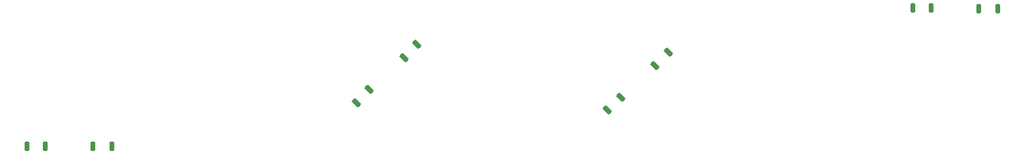
<source format=gbr>
%TF.GenerationSoftware,KiCad,Pcbnew,9.0.2*%
%TF.CreationDate,2025-08-03T15:01:54-04:00*%
%TF.ProjectId,SGTC,53475443-2e6b-4696-9361-645f70636258,rev?*%
%TF.SameCoordinates,Original*%
%TF.FileFunction,Paste,Top*%
%TF.FilePolarity,Positive*%
%FSLAX46Y46*%
G04 Gerber Fmt 4.6, Leading zero omitted, Abs format (unit mm)*
G04 Created by KiCad (PCBNEW 9.0.2) date 2025-08-03 15:01:54*
%MOMM*%
%LPD*%
G01*
G04 APERTURE LIST*
G04 Aperture macros list*
%AMRoundRect*
0 Rectangle with rounded corners*
0 $1 Rounding radius*
0 $2 $3 $4 $5 $6 $7 $8 $9 X,Y pos of 4 corners*
0 Add a 4 corners polygon primitive as box body*
4,1,4,$2,$3,$4,$5,$6,$7,$8,$9,$2,$3,0*
0 Add four circle primitives for the rounded corners*
1,1,$1+$1,$2,$3*
1,1,$1+$1,$4,$5*
1,1,$1+$1,$6,$7*
1,1,$1+$1,$8,$9*
0 Add four rect primitives between the rounded corners*
20,1,$1+$1,$2,$3,$4,$5,0*
20,1,$1+$1,$4,$5,$6,$7,0*
20,1,$1+$1,$6,$7,$8,$9,0*
20,1,$1+$1,$8,$9,$2,$3,0*%
G04 Aperture macros list end*
%ADD10RoundRect,0.075000X-0.424264X0.176777X0.176777X-0.424264X0.424264X-0.176777X-0.176777X0.424264X0*%
%ADD11RoundRect,0.075000X-0.175000X0.425000X-0.175000X-0.425000X0.175000X-0.425000X0.175000X0.425000X0*%
%ADD12RoundRect,0.075000X0.175000X-0.425000X0.175000X0.425000X-0.175000X0.425000X-0.175000X-0.425000X0*%
%ADD13RoundRect,0.075000X0.424264X-0.176777X-0.176777X0.424264X-0.424264X0.176777X0.176777X-0.424264X0*%
G04 APERTURE END LIST*
D10*
%TO.C,U5*%
X159339250Y-90790823D03*
X157925036Y-92205037D03*
%TD*%
D11*
%TO.C,U3*%
X194480000Y-86140000D03*
X192480000Y-86140000D03*
%TD*%
D12*
%TO.C,U3*%
X90910000Y-100850000D03*
X92910000Y-100850000D03*
%TD*%
D11*
%TO.C,U5*%
X99990000Y-100900000D03*
X97990000Y-100900000D03*
%TD*%
D12*
%TO.C,U5*%
X185400000Y-86090000D03*
X187400000Y-86090000D03*
%TD*%
D13*
%TO.C,U6*%
X152842893Y-97007107D03*
X154257107Y-95592893D03*
%TD*%
%TO.C,U5*%
X126050750Y-96199177D03*
X127464964Y-94784963D03*
%TD*%
D10*
%TO.C,U6*%
X132547107Y-89982893D03*
X131132893Y-91397107D03*
%TD*%
M02*

</source>
